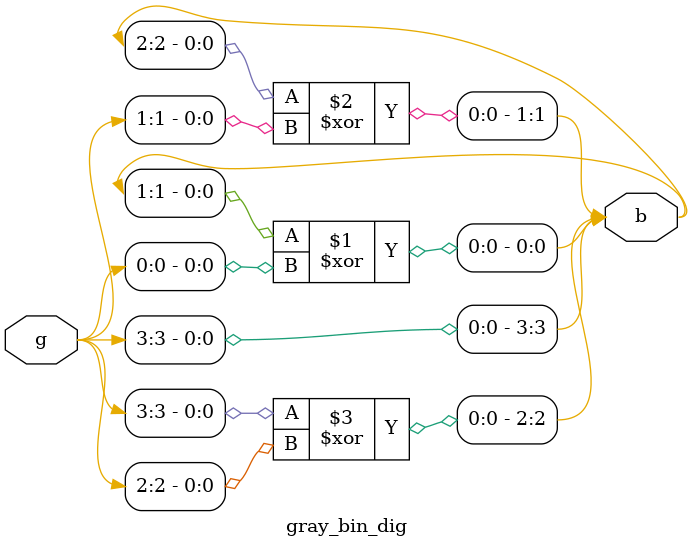
<source format=v>
module gray_bin_dig(
    input [3:0]g, output [3:0]b
    );
    assign b[0]=b[1]^g[0];
    assign b[1]=b[2]^g[1];
    assign b[2]=b[3]^g[2];
    assign b[3]=g[3];
endmodule

</source>
